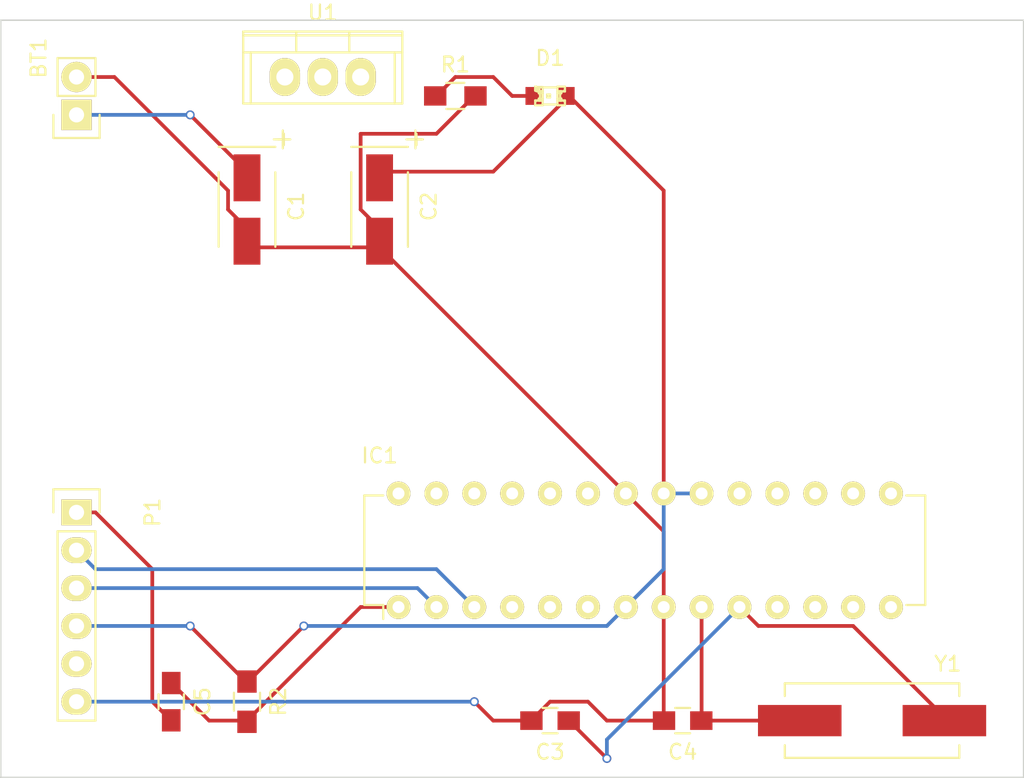
<source format=kicad_pcb>

(kicad_pcb
  (version 4)
  (host pcbnew 0.201506232253+5814~23~ubuntu14.04.1-product)
  (general
    (links 25)
    (no_connects 0)
    (area 118.11 76.2 189.23 132.08)
    (thickness 1.6)
    (drawings 4)
    (tracks 86)
    (zones 0)
    (modules 13)
    (nets 30))
  (page A4)
  (layers
    (0 F.Cu signal)
    (31 B.Cu signal)
    (32 B.Adhes user)
    (33 F.Adhes user)
    (34 B.Paste user)
    (35 F.Paste user)
    (36 B.SilkS user)
    (37 F.SilkS user)
    (38 B.Mask user)
    (39 F.Mask user)
    (40 Dwgs.User user)
    (41 Cmts.User user)
    (42 Eco1.User user)
    (43 Eco2.User user)
    (44 Edge.Cuts user)
    (45 Margin user)
    (46 B.CrtYd user)
    (47 F.CrtYd user)
    (48 B.Fab user)
    (49 F.Fab user))
  (setup
    (last_trace_width 0.25)
    (trace_clearance 0.2)
    (zone_clearance 0.508)
    (zone_45_only no)
    (trace_min 0.2)
    (segment_width 0.2)
    (edge_width 0.1)
    (via_size 0.6)
    (via_drill 0.4)
    (via_min_size 0.4)
    (via_min_drill 0.3)
    (uvia_size 0.3)
    (uvia_drill 0.1)
    (uvias_allowed no)
    (uvia_min_size 0.2)
    (uvia_min_drill 0.1)
    (pcb_text_width 0.3)
    (pcb_text_size 1.5 1.5)
    (mod_edge_width 0.15)
    (mod_text_size 1 1)
    (mod_text_width 0.15)
    (pad_size 1.5 1.5)
    (pad_drill 0.6)
    (pad_to_mask_clearance 0)
    (aux_axis_origin 0 0)
    (visible_elements FFFFFF7F)
    (pcbplotparams
      (layerselection 0x00030_80000001)
      (usegerberextensions false)
      (excludeedgelayer true)
      (linewidth 0.1)
      (plotframeref false)
      (viasonmask false)
      (mode 1)
      (useauxorigin false)
      (hpglpennumber 1)
      (hpglpenspeed 20)
      (hpglpendiameter 15)
      (hpglpenoverlay 2)
      (psnegative false)
      (psa4output false)
      (plotreference true)
      (plotvalue true)
      (plotinvisibletext false)
      (padsonsilk false)
      (subtractmaskfromsilk false)
      (outputformat 1)
      (mirror false)
      (drillshape 1)
      (scaleselection 1)
      (outputdirectory "")))
  (net 0 "")
  (net 1 "Net-(BT1-Pad1)")
  (net 2 GND)
  (net 3 VCC)
  (net 4 "Net-(C3-Pad1)")
  (net 5 "Net-(C4-Pad1)")
  (net 6 "Net-(C5-Pad1)")
  (net 7 /DTR)
  (net 8 "Net-(D1-Pad1)")
  (net 9 /RX)
  (net 10 /TX)
  (net 11 "Net-(IC1-Pad4)")
  (net 12 "Net-(IC1-Pad5)")
  (net 13 "Net-(IC1-Pad6)")
  (net 14 "Net-(IC1-Pad11)")
  (net 15 "Net-(IC1-Pad12)")
  (net 16 "Net-(IC1-Pad13)")
  (net 17 "Net-(IC1-Pad14)")
  (net 18 "Net-(IC1-Pad15)")
  (net 19 "Net-(IC1-Pad16)")
  (net 20 "Net-(IC1-Pad17)")
  (net 21 "Net-(IC1-Pad18)")
  (net 22 "Net-(IC1-Pad19)")
  (net 23 "Net-(IC1-Pad23)")
  (net 24 "Net-(IC1-Pad24)")
  (net 25 "Net-(IC1-Pad25)")
  (net 26 "Net-(IC1-Pad26)")
  (net 27 "Net-(IC1-Pad27)")
  (net 28 "Net-(IC1-Pad28)")
  (net 29 "Net-(P1-Pad5)")
  (net_class Default "This is the default net class."
    (clearance 0.2)
    (trace_width 0.25)
    (via_dia 0.6)
    (via_drill 0.4)
    (uvia_dia 0.3)
    (uvia_drill 0.1)
    (add_net /DTR)
    (add_net /RX)
    (add_net /TX)
    (add_net GND)
    (add_net "Net-(BT1-Pad1)")
    (add_net "Net-(C3-Pad1)")
    (add_net "Net-(C4-Pad1)")
    (add_net "Net-(C5-Pad1)")
    (add_net "Net-(D1-Pad1)")
    (add_net "Net-(IC1-Pad11)")
    (add_net "Net-(IC1-Pad12)")
    (add_net "Net-(IC1-Pad13)")
    (add_net "Net-(IC1-Pad14)")
    (add_net "Net-(IC1-Pad15)")
    (add_net "Net-(IC1-Pad16)")
    (add_net "Net-(IC1-Pad17)")
    (add_net "Net-(IC1-Pad18)")
    (add_net "Net-(IC1-Pad19)")
    (add_net "Net-(IC1-Pad23)")
    (add_net "Net-(IC1-Pad24)")
    (add_net "Net-(IC1-Pad25)")
    (add_net "Net-(IC1-Pad26)")
    (add_net "Net-(IC1-Pad27)")
    (add_net "Net-(IC1-Pad28)")
    (add_net "Net-(IC1-Pad4)")
    (add_net "Net-(IC1-Pad5)")
    (add_net "Net-(IC1-Pad6)")
    (add_net "Net-(P1-Pad5)")
    (add_net VCC))
  (module Socket_Strips:Socket_Strip_Straight_1x02
    (layer F.Cu)
    (tedit 558BF10A)
    (tstamp 558BE6D1)
    (at 125.73 85.09 90)
    (descr "Through hole socket strip")
    (tags "socket strip")
    (path /557EFDD5)
    (fp_text reference BT1
      (at 3.81 -2.54 90)
      (layer F.SilkS)
      (effects
        (font
          (size 1 1)
          (thickness 0.15))))
    (fp_text value 9V
      (at 0 -3.1 90)
      (layer F.Fab)
      (effects
        (font
          (size 1 1)
          (thickness 0.15))))
    (fp_line
      (start -1.55 1.55)
      (end 0 1.55)
      (layer F.SilkS)
      (width 0.15))
    (fp_line
      (start 3.81 1.27)
      (end 1.27 1.27)
      (layer F.SilkS)
      (width 0.15))
    (fp_line
      (start -1.75 -1.75)
      (end -1.75 1.75)
      (layer F.CrtYd)
      (width 0.05))
    (fp_line
      (start 4.3 -1.75)
      (end 4.3 1.75)
      (layer F.CrtYd)
      (width 0.05))
    (fp_line
      (start -1.75 -1.75)
      (end 4.3 -1.75)
      (layer F.CrtYd)
      (width 0.05))
    (fp_line
      (start -1.75 1.75)
      (end 4.3 1.75)
      (layer F.CrtYd)
      (width 0.05))
    (fp_line
      (start 1.27 1.27)
      (end 1.27 -1.27)
      (layer F.SilkS)
      (width 0.15))
    (fp_line
      (start 0 -1.55)
      (end -1.55 -1.55)
      (layer F.SilkS)
      (width 0.15))
    (fp_line
      (start -1.55 -1.55)
      (end -1.55 1.55)
      (layer F.SilkS)
      (width 0.15))
    (fp_line
      (start 1.27 -1.27)
      (end 3.81 -1.27)
      (layer F.SilkS)
      (width 0.15))
    (fp_line
      (start 3.81 -1.27)
      (end 3.81 1.27)
      (layer F.SilkS)
      (width 0.15))
    (pad 1 thru_hole rect
      (at 0 0 90)
      (size 2.032 2.032)
      (drill 1.016)
      (layers *.Cu *.Mask F.SilkS)
      (net 1 "Net-(BT1-Pad1)"))
    (pad 2 thru_hole oval
      (at 2.54 0 90)
      (size 2.032 2.032)
      (drill 1.016)
      (layers *.Cu *.Mask F.SilkS)
      (net 2 GND))
    (model Socket_Strips.3dshapes/Socket_Strip_Straight_1x02.wrl
      (at
        (xyz 0.05 0 0))
      (scale
        (xyz 1 1 1))
      (rotate
        (xyz 0 0 180))))
  (module Capacitors_SMD:C_0805_HandSoldering
    (layer F.Cu)
    (tedit 541A9B8D)
    (tstamp 558BE6E3)
    (at 157.48 125.73 180)
    (descr "Capacitor SMD 0805, hand soldering")
    (tags "capacitor 0805")
    (path /558064C7)
    (attr smd)
    (fp_text reference C3
      (at 0 -2.1 180)
      (layer F.SilkS)
      (effects
        (font
          (size 1 1)
          (thickness 0.15))))
    (fp_text value 22pF
      (at 0 2.1 180)
      (layer F.Fab)
      (effects
        (font
          (size 1 1)
          (thickness 0.15))))
    (fp_line
      (start -2.3 -1)
      (end 2.3 -1)
      (layer F.CrtYd)
      (width 0.05))
    (fp_line
      (start -2.3 1)
      (end 2.3 1)
      (layer F.CrtYd)
      (width 0.05))
    (fp_line
      (start -2.3 -1)
      (end -2.3 1)
      (layer F.CrtYd)
      (width 0.05))
    (fp_line
      (start 2.3 -1)
      (end 2.3 1)
      (layer F.CrtYd)
      (width 0.05))
    (fp_line
      (start 0.5 -0.85)
      (end -0.5 -0.85)
      (layer F.SilkS)
      (width 0.15))
    (fp_line
      (start -0.5 0.85)
      (end 0.5 0.85)
      (layer F.SilkS)
      (width 0.15))
    (pad 1 smd rect
      (at -1.25 0 180)
      (size 1.5 1.25)
      (layers F.Cu F.Paste F.Mask)
      (net 4 "Net-(C3-Pad1)"))
    (pad 2 smd rect
      (at 1.25 0 180)
      (size 1.5 1.25)
      (layers F.Cu F.Paste F.Mask)
      (net 2 GND))
    (model Capacitors_SMD.3dshapes/C_0805_HandSoldering.wrl
      (at
        (xyz 0 0 0))
      (scale
        (xyz 1 1 1))
      (rotate
        (xyz 0 0 0))))
  (module Capacitors_SMD:C_0805_HandSoldering
    (layer F.Cu)
    (tedit 541A9B8D)
    (tstamp 558BE6E9)
    (at 166.37 125.73 180)
    (descr "Capacitor SMD 0805, hand soldering")
    (tags "capacitor 0805")
    (path /55806536)
    (attr smd)
    (fp_text reference C4
      (at 0 -2.1 180)
      (layer F.SilkS)
      (effects
        (font
          (size 1 1)
          (thickness 0.15))))
    (fp_text value 22pF
      (at 0 2.1 180)
      (layer F.Fab)
      (effects
        (font
          (size 1 1)
          (thickness 0.15))))
    (fp_line
      (start -2.3 -1)
      (end 2.3 -1)
      (layer F.CrtYd)
      (width 0.05))
    (fp_line
      (start -2.3 1)
      (end 2.3 1)
      (layer F.CrtYd)
      (width 0.05))
    (fp_line
      (start -2.3 -1)
      (end -2.3 1)
      (layer F.CrtYd)
      (width 0.05))
    (fp_line
      (start 2.3 -1)
      (end 2.3 1)
      (layer F.CrtYd)
      (width 0.05))
    (fp_line
      (start 0.5 -0.85)
      (end -0.5 -0.85)
      (layer F.SilkS)
      (width 0.15))
    (fp_line
      (start -0.5 0.85)
      (end 0.5 0.85)
      (layer F.SilkS)
      (width 0.15))
    (pad 1 smd rect
      (at -1.25 0 180)
      (size 1.5 1.25)
      (layers F.Cu F.Paste F.Mask)
      (net 5 "Net-(C4-Pad1)"))
    (pad 2 smd rect
      (at 1.25 0 180)
      (size 1.5 1.25)
      (layers F.Cu F.Paste F.Mask)
      (net 2 GND))
    (model Capacitors_SMD.3dshapes/C_0805_HandSoldering.wrl
      (at
        (xyz 0 0 0))
      (scale
        (xyz 1 1 1))
      (rotate
        (xyz 0 0 0))))
  (module Capacitors_SMD:C_0805_HandSoldering
    (layer F.Cu)
    (tedit 541A9B8D)
    (tstamp 558BE6EF)
    (at 132.08 124.46 270)
    (descr "Capacitor SMD 0805, hand soldering")
    (tags "capacitor 0805")
    (path /557F0669)
    (attr smd)
    (fp_text reference C5
      (at 0 -2.1 270)
      (layer F.SilkS)
      (effects
        (font
          (size 1 1)
          (thickness 0.15))))
    (fp_text value 0.1uF
      (at 0 2.1 270)
      (layer F.Fab)
      (effects
        (font
          (size 1 1)
          (thickness 0.15))))
    (fp_line
      (start -2.3 -1)
      (end 2.3 -1)
      (layer F.CrtYd)
      (width 0.05))
    (fp_line
      (start -2.3 1)
      (end 2.3 1)
      (layer F.CrtYd)
      (width 0.05))
    (fp_line
      (start -2.3 -1)
      (end -2.3 1)
      (layer F.CrtYd)
      (width 0.05))
    (fp_line
      (start 2.3 -1)
      (end 2.3 1)
      (layer F.CrtYd)
      (width 0.05))
    (fp_line
      (start 0.5 -0.85)
      (end -0.5 -0.85)
      (layer F.SilkS)
      (width 0.15))
    (fp_line
      (start -0.5 0.85)
      (end 0.5 0.85)
      (layer F.SilkS)
      (width 0.15))
    (pad 1 smd rect
      (at -1.25 0 270)
      (size 1.5 1.25)
      (layers F.Cu F.Paste F.Mask)
      (net 6 "Net-(C5-Pad1)"))
    (pad 2 smd rect
      (at 1.25 0 270)
      (size 1.5 1.25)
      (layers F.Cu F.Paste F.Mask)
      (net 7 /DTR))
    (model Capacitors_SMD.3dshapes/C_0805_HandSoldering.wrl
      (at
        (xyz 0 0 0))
      (scale
        (xyz 1 1 1))
      (rotate
        (xyz 0 0 0))))
  (module LEDs:LED-0805
    (layer F.Cu)
    (tedit 558BF0F7)
    (tstamp 558BE6F5)
    (at 157.48 83.82)
    (descr "LED 0805 smd package")
    (tags "LED 0805 SMD")
    (path /557EFCFF)
    (attr smd)
    (fp_text reference D1
      (at 0 -2.54)
      (layer F.SilkS)
      (effects
        (font
          (size 1 1)
          (thickness 0.15))))
    (fp_text value LED
      (at 0 2.54)
      (layer F.Fab)
      (effects
        (font
          (size 1 1)
          (thickness 0.15))))
    (fp_line
      (start -0.49784 0.29972)
      (end -0.49784 0.62484)
      (layer F.SilkS)
      (width 0.15))
    (fp_line
      (start -0.49784 0.62484)
      (end -0.99822 0.62484)
      (layer F.SilkS)
      (width 0.15))
    (fp_line
      (start -0.99822 0.29972)
      (end -0.99822 0.62484)
      (layer F.SilkS)
      (width 0.15))
    (fp_line
      (start -0.49784 0.29972)
      (end -0.99822 0.29972)
      (layer F.SilkS)
      (width 0.15))
    (fp_line
      (start -0.49784 -0.32258)
      (end -0.49784 -0.17272)
      (layer F.SilkS)
      (width 0.15))
    (fp_line
      (start -0.49784 -0.17272)
      (end -0.7493 -0.17272)
      (layer F.SilkS)
      (width 0.15))
    (fp_line
      (start -0.7493 -0.32258)
      (end -0.7493 -0.17272)
      (layer F.SilkS)
      (width 0.15))
    (fp_line
      (start -0.49784 -0.32258)
      (end -0.7493 -0.32258)
      (layer F.SilkS)
      (width 0.15))
    (fp_line
      (start -0.49784 0.17272)
      (end -0.49784 0.32258)
      (layer F.SilkS)
      (width 0.15))
    (fp_line
      (start -0.49784 0.32258)
      (end -0.7493 0.32258)
      (layer F.SilkS)
      (width 0.15))
    (fp_line
      (start -0.7493 0.17272)
      (end -0.7493 0.32258)
      (layer F.SilkS)
      (width 0.15))
    (fp_line
      (start -0.49784 0.17272)
      (end -0.7493 0.17272)
      (layer F.SilkS)
      (width 0.15))
    (fp_line
      (start -0.49784 -0.19812)
      (end -0.49784 0.19812)
      (layer F.SilkS)
      (width 0.15))
    (fp_line
      (start -0.49784 0.19812)
      (end -0.6731 0.19812)
      (layer F.SilkS)
      (width 0.15))
    (fp_line
      (start -0.6731 -0.19812)
      (end -0.6731 0.19812)
      (layer F.SilkS)
      (width 0.15))
    (fp_line
      (start -0.49784 -0.19812)
      (end -0.6731 -0.19812)
      (layer F.SilkS)
      (width 0.15))
    (fp_line
      (start 0.99822 0.29972)
      (end 0.99822 0.62484)
      (layer F.SilkS)
      (width 0.15))
    (fp_line
      (start 0.99822 0.62484)
      (end 0.49784 0.62484)
      (layer F.SilkS)
      (width 0.15))
    (fp_line
      (start 0.49784 0.29972)
      (end 0.49784 0.62484)
      (layer F.SilkS)
      (width 0.15))
    (fp_line
      (start 0.99822 0.29972)
      (end 0.49784 0.29972)
      (layer F.SilkS)
      (width 0.15))
    (fp_line
      (start 0.99822 -0.62484)
      (end 0.99822 -0.29972)
      (layer F.SilkS)
      (width 0.15))
    (fp_line
      (start 0.99822 -0.29972)
      (end 0.49784 -0.29972)
      (layer F.SilkS)
      (width 0.15))
    (fp_line
      (start 0.49784 -0.62484)
      (end 0.49784 -0.29972)
      (layer F.SilkS)
      (width 0.15))
    (fp_line
      (start 0.99822 -0.62484)
      (end 0.49784 -0.62484)
      (layer F.SilkS)
      (width 0.15))
    (fp_line
      (start 0.7493 0.17272)
      (end 0.7493 0.32258)
      (layer F.SilkS)
      (width 0.15))
    (fp_line
      (start 0.7493 0.32258)
      (end 0.49784 0.32258)
      (layer F.SilkS)
      (width 0.15))
    (fp_line
      (start 0.49784 0.17272)
      (end 0.49784 0.32258)
      (layer F.SilkS)
      (width 0.15))
    (fp_line
      (start 0.7493 0.17272)
      (end 0.49784 0.17272)
      (layer F.SilkS)
      (width 0.15))
    (fp_line
      (start 0.7493 -0.32258)
      (end 0.7493 -0.17272)
      (layer F.SilkS)
      (width 0.15))
    (fp_line
      (start 0.7493 -0.17272)
      (end 0.49784 -0.17272)
      (layer F.SilkS)
      (width 0.15))
    (fp_line
      (start 0.49784 -0.32258)
      (end 0.49784 -0.17272)
      (layer F.SilkS)
      (width 0.15))
    (fp_line
      (start 0.7493 -0.32258)
      (end 0.49784 -0.32258)
      (layer F.SilkS)
      (width 0.15))
    (fp_line
      (start 0.6731 -0.19812)
      (end 0.6731 0.19812)
      (layer F.SilkS)
      (width 0.15))
    (fp_line
      (start 0.6731 0.19812)
      (end 0.49784 0.19812)
      (layer F.SilkS)
      (width 0.15))
    (fp_line
      (start 0.49784 -0.19812)
      (end 0.49784 0.19812)
      (layer F.SilkS)
      (width 0.15))
    (fp_line
      (start 0.6731 -0.19812)
      (end 0.49784 -0.19812)
      (layer F.SilkS)
      (width 0.15))
    (fp_line
      (start 0 -0.09906)
      (end 0 0.09906)
      (layer F.SilkS)
      (width 0.15))
    (fp_line
      (start 0 0.09906)
      (end -0.19812 0.09906)
      (layer F.SilkS)
      (width 0.15))
    (fp_line
      (start -0.19812 -0.09906)
      (end -0.19812 0.09906)
      (layer F.SilkS)
      (width 0.15))
    (fp_line
      (start 0 -0.09906)
      (end -0.19812 -0.09906)
      (layer F.SilkS)
      (width 0.15))
    (fp_line
      (start -0.49784 -0.59944)
      (end -0.49784 -0.29972)
      (layer F.SilkS)
      (width 0.15))
    (fp_line
      (start -0.49784 -0.29972)
      (end -0.79756 -0.29972)
      (layer F.SilkS)
      (width 0.15))
    (fp_line
      (start -0.79756 -0.59944)
      (end -0.79756 -0.29972)
      (layer F.SilkS)
      (width 0.15))
    (fp_line
      (start -0.49784 -0.59944)
      (end -0.79756 -0.59944)
      (layer F.SilkS)
      (width 0.15))
    (fp_line
      (start -0.92456 -0.62484)
      (end -0.92456 -0.39878)
      (layer F.SilkS)
      (width 0.15))
    (fp_line
      (start -0.92456 -0.39878)
      (end -0.99822 -0.39878)
      (layer F.SilkS)
      (width 0.15))
    (fp_line
      (start -0.99822 -0.62484)
      (end -0.99822 -0.39878)
      (layer F.SilkS)
      (width 0.15))
    (fp_line
      (start -0.92456 -0.62484)
      (end -0.99822 -0.62484)
      (layer F.SilkS)
      (width 0.15))
    (fp_line
      (start -0.52324 0.57404)
      (end 0.52324 0.57404)
      (layer F.SilkS)
      (width 0.15))
    (fp_line
      (start 0.49784 -0.57404)
      (end -0.92456 -0.57404)
      (layer F.SilkS)
      (width 0.15))
    (fp_circle
      (center -0.84836 -0.44958)
      (end -0.89916 -0.50038)
      (layer F.SilkS)
      (width 0.15))
    (fp_arc
      (start -0.99822 0)
      (end -0.99822 0.34798)
      (angle -180)
      (layer F.SilkS)
      (width 0.15))
    (fp_arc
      (start 0.99822 0)
      (end 0.99822 -0.34798)
      (angle -180)
      (layer F.SilkS)
      (width 0.15))
    (pad 2 smd rect
      (at 1.04902 0 180)
      (size 1.19888 1.19888)
      (layers F.Cu F.Paste F.Mask)
      (net 3 VCC))
    (pad 1 smd rect
      (at -1.04902 0 180)
      (size 1.19888 1.19888)
      (layers F.Cu F.Paste F.Mask)
      (net 8 "Net-(D1-Pad1)")))
  (module Housings_DIP:DIP-28_W7.62mm
    (layer F.Cu)
    (tedit 558BF0E2)
    (tstamp 558BE715)
    (at 147.32 118.11 90)
    (descr "28-lead dip package, row spacing 7.62 mm (300 mils)")
    (tags "dil dip 2.54 300")
    (path /557F032E)
    (fp_text reference IC1
      (at 10.16 -1.27 180)
      (layer F.SilkS)
      (effects
        (font
          (size 1 1)
          (thickness 0.15))))
    (fp_text value ATMEGA328P-P
      (at -2.54 3.81 180)
      (layer F.Fab)
      (effects
        (font
          (size 1 1)
          (thickness 0.15))))
    (fp_line
      (start -1.05 -2.45)
      (end -1.05 35.5)
      (layer F.CrtYd)
      (width 0.05))
    (fp_line
      (start 8.65 -2.45)
      (end 8.65 35.5)
      (layer F.CrtYd)
      (width 0.05))
    (fp_line
      (start -1.05 -2.45)
      (end 8.65 -2.45)
      (layer F.CrtYd)
      (width 0.05))
    (fp_line
      (start -1.05 35.5)
      (end 8.65 35.5)
      (layer F.CrtYd)
      (width 0.05))
    (fp_line
      (start 0.135 -2.295)
      (end 0.135 -1.025)
      (layer F.SilkS)
      (width 0.15))
    (fp_line
      (start 7.485 -2.295)
      (end 7.485 -1.025)
      (layer F.SilkS)
      (width 0.15))
    (fp_line
      (start 7.485 35.315)
      (end 7.485 34.045)
      (layer F.SilkS)
      (width 0.15))
    (fp_line
      (start 0.135 35.315)
      (end 0.135 34.045)
      (layer F.SilkS)
      (width 0.15))
    (fp_line
      (start 0.135 -2.295)
      (end 7.485 -2.295)
      (layer F.SilkS)
      (width 0.15))
    (fp_line
      (start 0.135 35.315)
      (end 7.485 35.315)
      (layer F.SilkS)
      (width 0.15))
    (fp_line
      (start 0.135 -1.025)
      (end -0.8 -1.025)
      (layer F.SilkS)
      (width 0.15))
    (pad 1 thru_hole oval
      (at 0 0 90)
      (size 1.6 1.6)
      (drill 0.8)
      (layers *.Cu *.Mask F.SilkS)
      (net 6 "Net-(C5-Pad1)"))
    (pad 2 thru_hole oval
      (at 0 2.54 90)
      (size 1.6 1.6)
      (drill 0.8)
      (layers *.Cu *.Mask F.SilkS)
      (net 9 /RX))
    (pad 3 thru_hole oval
      (at 0 5.08 90)
      (size 1.6 1.6)
      (drill 0.8)
      (layers *.Cu *.Mask F.SilkS)
      (net 10 /TX))
    (pad 4 thru_hole oval
      (at 0 7.62 90)
      (size 1.6 1.6)
      (drill 0.8)
      (layers *.Cu *.Mask F.SilkS)
      (net 11 "Net-(IC1-Pad4)"))
    (pad 5 thru_hole oval
      (at 0 10.16 90)
      (size 1.6 1.6)
      (drill 0.8)
      (layers *.Cu *.Mask F.SilkS)
      (net 12 "Net-(IC1-Pad5)"))
    (pad 6 thru_hole oval
      (at 0 12.7 90)
      (size 1.6 1.6)
      (drill 0.8)
      (layers *.Cu *.Mask F.SilkS)
      (net 13 "Net-(IC1-Pad6)"))
    (pad 7 thru_hole oval
      (at 0 15.24 90)
      (size 1.6 1.6)
      (drill 0.8)
      (layers *.Cu *.Mask F.SilkS)
      (net 3 VCC))
    (pad 8 thru_hole oval
      (at 0 17.78 90)
      (size 1.6 1.6)
      (drill 0.8)
      (layers *.Cu *.Mask F.SilkS)
      (net 2 GND))
    (pad 9 thru_hole oval
      (at 0 20.32 90)
      (size 1.6 1.6)
      (drill 0.8)
      (layers *.Cu *.Mask F.SilkS)
      (net 5 "Net-(C4-Pad1)"))
    (pad 10 thru_hole oval
      (at 0 22.86 90)
      (size 1.6 1.6)
      (drill 0.8)
      (layers *.Cu *.Mask F.SilkS)
      (net 4 "Net-(C3-Pad1)"))
    (pad 11 thru_hole oval
      (at 0 25.4 90)
      (size 1.6 1.6)
      (drill 0.8)
      (layers *.Cu *.Mask F.SilkS)
      (net 14 "Net-(IC1-Pad11)"))
    (pad 12 thru_hole oval
      (at 0 27.94 90)
      (size 1.6 1.6)
      (drill 0.8)
      (layers *.Cu *.Mask F.SilkS)
      (net 15 "Net-(IC1-Pad12)"))
    (pad 13 thru_hole oval
      (at 0 30.48 90)
      (size 1.6 1.6)
      (drill 0.8)
      (layers *.Cu *.Mask F.SilkS)
      (net 16 "Net-(IC1-Pad13)"))
    (pad 14 thru_hole oval
      (at 0 33.02 90)
      (size 1.6 1.6)
      (drill 0.8)
      (layers *.Cu *.Mask F.SilkS)
      (net 17 "Net-(IC1-Pad14)"))
    (pad 15 thru_hole oval
      (at 7.62 33.02 90)
      (size 1.6 1.6)
      (drill 0.8)
      (layers *.Cu *.Mask F.SilkS)
      (net 18 "Net-(IC1-Pad15)"))
    (pad 16 thru_hole oval
      (at 7.62 30.48 90)
      (size 1.6 1.6)
      (drill 0.8)
      (layers *.Cu *.Mask F.SilkS)
      (net 19 "Net-(IC1-Pad16)"))
    (pad 17 thru_hole oval
      (at 7.62 27.94 90)
      (size 1.6 1.6)
      (drill 0.8)
      (layers *.Cu *.Mask F.SilkS)
      (net 20 "Net-(IC1-Pad17)"))
    (pad 18 thru_hole oval
      (at 7.62 25.4 90)
      (size 1.6 1.6)
      (drill 0.8)
      (layers *.Cu *.Mask F.SilkS)
      (net 21 "Net-(IC1-Pad18)"))
    (pad 19 thru_hole oval
      (at 7.62 22.86 90)
      (size 1.6 1.6)
      (drill 0.8)
      (layers *.Cu *.Mask F.SilkS)
      (net 22 "Net-(IC1-Pad19)"))
    (pad 20 thru_hole oval
      (at 7.62 20.32 90)
      (size 1.6 1.6)
      (drill 0.8)
      (layers *.Cu *.Mask F.SilkS)
      (net 3 VCC))
    (pad 21 thru_hole oval
      (at 7.62 17.78 90)
      (size 1.6 1.6)
      (drill 0.8)
      (layers *.Cu *.Mask F.SilkS)
      (net 3 VCC))
    (pad 22 thru_hole oval
      (at 7.62 15.24 90)
      (size 1.6 1.6)
      (drill 0.8)
      (layers *.Cu *.Mask F.SilkS)
      (net 2 GND))
    (pad 23 thru_hole oval
      (at 7.62 12.7 90)
      (size 1.6 1.6)
      (drill 0.8)
      (layers *.Cu *.Mask F.SilkS)
      (net 23 "Net-(IC1-Pad23)"))
    (pad 24 thru_hole oval
      (at 7.62 10.16 90)
      (size 1.6 1.6)
      (drill 0.8)
      (layers *.Cu *.Mask F.SilkS)
      (net 24 "Net-(IC1-Pad24)"))
    (pad 25 thru_hole oval
      (at 7.62 7.62 90)
      (size 1.6 1.6)
      (drill 0.8)
      (layers *.Cu *.Mask F.SilkS)
      (net 25 "Net-(IC1-Pad25)"))
    (pad 26 thru_hole oval
      (at 7.62 5.08 90)
      (size 1.6 1.6)
      (drill 0.8)
      (layers *.Cu *.Mask F.SilkS)
      (net 26 "Net-(IC1-Pad26)"))
    (pad 27 thru_hole oval
      (at 7.62 2.54 90)
      (size 1.6 1.6)
      (drill 0.8)
      (layers *.Cu *.Mask F.SilkS)
      (net 27 "Net-(IC1-Pad27)"))
    (pad 28 thru_hole oval
      (at 7.62 0 90)
      (size 1.6 1.6)
      (drill 0.8)
      (layers *.Cu *.Mask F.SilkS)
      (net 28 "Net-(IC1-Pad28)"))
    (model Housings_DIP.3dshapes/DIP-28_W7.62mm.wrl
      (at
        (xyz 0 0 0))
      (scale
        (xyz 1 1 1))
      (rotate
        (xyz 0 0 0))))
  (module Socket_Strips:Socket_Strip_Straight_1x06
    (layer F.Cu)
    (tedit 0)
    (tstamp 558BE71F)
    (at 125.73 111.76 270)
    (descr "Through hole socket strip")
    (tags "socket strip")
    (path /557F0CD8)
    (fp_text reference P1
      (at 0 -5.1 270)
      (layer F.SilkS)
      (effects
        (font
          (size 1 1)
          (thickness 0.15))))
    (fp_text value CONN_01X06
      (at 0 -3.1 270)
      (layer F.Fab)
      (effects
        (font
          (size 1 1)
          (thickness 0.15))))
    (fp_line
      (start -1.75 -1.75)
      (end -1.75 1.75)
      (layer F.CrtYd)
      (width 0.05))
    (fp_line
      (start 14.45 -1.75)
      (end 14.45 1.75)
      (layer F.CrtYd)
      (width 0.05))
    (fp_line
      (start -1.75 -1.75)
      (end 14.45 -1.75)
      (layer F.CrtYd)
      (width 0.05))
    (fp_line
      (start -1.75 1.75)
      (end 14.45 1.75)
      (layer F.CrtYd)
      (width 0.05))
    (fp_line
      (start 1.27 1.27)
      (end 13.97 1.27)
      (layer F.SilkS)
      (width 0.15))
    (fp_line
      (start 13.97 1.27)
      (end 13.97 -1.27)
      (layer F.SilkS)
      (width 0.15))
    (fp_line
      (start 13.97 -1.27)
      (end 1.27 -1.27)
      (layer F.SilkS)
      (width 0.15))
    (fp_line
      (start -1.55 1.55)
      (end 0 1.55)
      (layer F.SilkS)
      (width 0.15))
    (fp_line
      (start 1.27 1.27)
      (end 1.27 -1.27)
      (layer F.SilkS)
      (width 0.15))
    (fp_line
      (start 0 -1.55)
      (end -1.55 -1.55)
      (layer F.SilkS)
      (width 0.15))
    (fp_line
      (start -1.55 -1.55)
      (end -1.55 1.55)
      (layer F.SilkS)
      (width 0.15))
    (pad 1 thru_hole rect
      (at 0 0 270)
      (size 1.7272 2.032)
      (drill 1.016)
      (layers *.Cu *.Mask F.SilkS)
      (net 7 /DTR))
    (pad 2 thru_hole oval
      (at 2.54 0 270)
      (size 1.7272 2.032)
      (drill 1.016)
      (layers *.Cu *.Mask F.SilkS)
      (net 10 /TX))
    (pad 3 thru_hole oval
      (at 5.08 0 270)
      (size 1.7272 2.032)
      (drill 1.016)
      (layers *.Cu *.Mask F.SilkS)
      (net 9 /RX))
    (pad 4 thru_hole oval
      (at 7.62 0 270)
      (size 1.7272 2.032)
      (drill 1.016)
      (layers *.Cu *.Mask F.SilkS)
      (net 3 VCC))
    (pad 5 thru_hole oval
      (at 10.16 0 270)
      (size 1.7272 2.032)
      (drill 1.016)
      (layers *.Cu *.Mask F.SilkS)
      (net 29 "Net-(P1-Pad5)"))
    (pad 6 thru_hole oval
      (at 12.7 0 270)
      (size 1.7272 2.032)
      (drill 1.016)
      (layers *.Cu *.Mask F.SilkS)
      (net 2 GND))
    (model Socket_Strips.3dshapes/Socket_Strip_Straight_1x06.wrl
      (at
        (xyz 0.25 0 0))
      (scale
        (xyz 1 1 1))
      (rotate
        (xyz 0 0 180))))
  (module Resistors_SMD:R_0805_HandSoldering
    (layer F.Cu)
    (tedit 54189DEE)
    (tstamp 558BE725)
    (at 151.13 83.82)
    (descr "Resistor SMD 0805, hand soldering")
    (tags "resistor 0805")
    (path /557EFD6A)
    (attr smd)
    (fp_text reference R1
      (at 0 -2.1)
      (layer F.SilkS)
      (effects
        (font
          (size 1 1)
          (thickness 0.15))))
    (fp_text value 330R
      (at 0 2.1)
      (layer F.Fab)
      (effects
        (font
          (size 1 1)
          (thickness 0.15))))
    (fp_line
      (start -2.4 -1)
      (end 2.4 -1)
      (layer F.CrtYd)
      (width 0.05))
    (fp_line
      (start -2.4 1)
      (end 2.4 1)
      (layer F.CrtYd)
      (width 0.05))
    (fp_line
      (start -2.4 -1)
      (end -2.4 1)
      (layer F.CrtYd)
      (width 0.05))
    (fp_line
      (start 2.4 -1)
      (end 2.4 1)
      (layer F.CrtYd)
      (width 0.05))
    (fp_line
      (start 0.6 0.875)
      (end -0.6 0.875)
      (layer F.SilkS)
      (width 0.15))
    (fp_line
      (start -0.6 -0.875)
      (end 0.6 -0.875)
      (layer F.SilkS)
      (width 0.15))
    (pad 1 smd rect
      (at -1.35 0)
      (size 1.5 1.3)
      (layers F.Cu F.Paste F.Mask)
      (net 8 "Net-(D1-Pad1)"))
    (pad 2 smd rect
      (at 1.35 0)
      (size 1.5 1.3)
      (layers F.Cu F.Paste F.Mask)
      (net 2 GND))
    (model Resistors_SMD.3dshapes/R_0805_HandSoldering.wrl
      (at
        (xyz 0 0 0))
      (scale
        (xyz 1 1 1))
      (rotate
        (xyz 0 0 0))))
  (module Resistors_SMD:R_0805_HandSoldering
    (layer F.Cu)
    (tedit 54189DEE)
    (tstamp 558BE72B)
    (at 137.16 124.46 270)
    (descr "Resistor SMD 0805, hand soldering")
    (tags "resistor 0805")
    (path /557F0628)
    (attr smd)
    (fp_text reference R2
      (at 0 -2.1 270)
      (layer F.SilkS)
      (effects
        (font
          (size 1 1)
          (thickness 0.15))))
    (fp_text value 10k
      (at 0 2.1 270)
      (layer F.Fab)
      (effects
        (font
          (size 1 1)
          (thickness 0.15))))
    (fp_line
      (start -2.4 -1)
      (end 2.4 -1)
      (layer F.CrtYd)
      (width 0.05))
    (fp_line
      (start -2.4 1)
      (end 2.4 1)
      (layer F.CrtYd)
      (width 0.05))
    (fp_line
      (start -2.4 -1)
      (end -2.4 1)
      (layer F.CrtYd)
      (width 0.05))
    (fp_line
      (start 2.4 -1)
      (end 2.4 1)
      (layer F.CrtYd)
      (width 0.05))
    (fp_line
      (start 0.6 0.875)
      (end -0.6 0.875)
      (layer F.SilkS)
      (width 0.15))
    (fp_line
      (start -0.6 -0.875)
      (end 0.6 -0.875)
      (layer F.SilkS)
      (width 0.15))
    (pad 1 smd rect
      (at -1.35 0 270)
      (size 1.5 1.3)
      (layers F.Cu F.Paste F.Mask)
      (net 3 VCC))
    (pad 2 smd rect
      (at 1.35 0 270)
      (size 1.5 1.3)
      (layers F.Cu F.Paste F.Mask)
      (net 6 "Net-(C5-Pad1)"))
    (model Resistors_SMD.3dshapes/R_0805_HandSoldering.wrl
      (at
        (xyz 0 0 0))
      (scale
        (xyz 1 1 1))
      (rotate
        (xyz 0 0 0))))
  (module Power_Integrations:TO-220
    (layer F.Cu)
    (tedit 0)
    (tstamp 558BE732)
    (at 142.24 82.55)
    (descr "Non Isolated JEDEC TO-220 Package")
    (tags "Power Integration YN Package")
    (path /557EFC30)
    (fp_text reference U1
      (at 0 -4.318)
      (layer F.SilkS)
      (effects
        (font
          (size 1 1)
          (thickness 0.15))))
    (fp_text value LM7805
      (at 0 -4.318)
      (layer F.Fab)
      (effects
        (font
          (size 1 1)
          (thickness 0.15))))
    (fp_line
      (start 4.826 -1.651)
      (end 4.826 1.778)
      (layer F.SilkS)
      (width 0.15))
    (fp_line
      (start -4.826 -1.651)
      (end -4.826 1.778)
      (layer F.SilkS)
      (width 0.15))
    (fp_line
      (start 5.334 -2.794)
      (end -5.334 -2.794)
      (layer F.SilkS)
      (width 0.15))
    (fp_line
      (start 1.778 -1.778)
      (end 1.778 -3.048)
      (layer F.SilkS)
      (width 0.15))
    (fp_line
      (start -1.778 -1.778)
      (end -1.778 -3.048)
      (layer F.SilkS)
      (width 0.15))
    (fp_line
      (start -5.334 -1.651)
      (end 5.334 -1.651)
      (layer F.SilkS)
      (width 0.15))
    (fp_line
      (start 5.334 1.778)
      (end -5.334 1.778)
      (layer F.SilkS)
      (width 0.15))
    (fp_line
      (start -5.334 -3.048)
      (end -5.334 1.778)
      (layer F.SilkS)
      (width 0.15))
    (fp_line
      (start 5.334 -3.048)
      (end 5.334 1.778)
      (layer F.SilkS)
      (width 0.15))
    (fp_line
      (start 5.334 -3.048)
      (end -5.334 -3.048)
      (layer F.SilkS)
      (width 0.15))
    (pad 2 thru_hole oval
      (at 0 0)
      (size 2.032 2.54)
      (drill 1.143)
      (layers *.Cu *.Mask F.SilkS))
    (pad 3 thru_hole oval
      (at 2.54 0)
      (size 2.032 2.54)
      (drill 1.143)
      (layers *.Cu *.Mask F.SilkS))
    (pad 1 thru_hole oval
      (at -2.54 0)
      (size 2.032 2.54)
      (drill 1.143)
      (layers *.Cu *.Mask F.SilkS)))
  (module Crystals:Crystal_HC49-SD_SMD
    (layer F.Cu)
    (tedit 558BF0D7)
    (tstamp 558BE738)
    (at 179.07 125.73 180)
    (descr "Crystal, Quarz, HC49-SD, SMD,")
    (tags "Crystal, Quarz, HC49-SD, SMD,")
    (path /557F07ED)
    (attr smd)
    (fp_text reference Y1
      (at -5.08 3.81 180)
      (layer F.SilkS)
      (effects
        (font
          (size 1 1)
          (thickness 0.15))))
    (fp_text value 16MHz
      (at 0 3.81 180)
      (layer F.Fab)
      (effects
        (font
          (size 1 1)
          (thickness 0.15))))
    (fp_circle
      (center 0 0)
      (end 0.8509 0)
      (layer F.Adhes)
      (width 0.381))
    (fp_circle
      (center 0 0)
      (end 0.50038 0)
      (layer F.Adhes)
      (width 0.381))
    (fp_circle
      (center 0 0)
      (end 0.14986 0.0508)
      (layer F.Adhes)
      (width 0.381))
    (fp_line
      (start -5.84962 2.49936)
      (end 5.84962 2.49936)
      (layer F.SilkS)
      (width 0.15))
    (fp_line
      (start 5.84962 -2.49936)
      (end -5.84962 -2.49936)
      (layer F.SilkS)
      (width 0.15))
    (fp_line
      (start 5.84962 2.49936)
      (end 5.84962 1.651)
      (layer F.SilkS)
      (width 0.15))
    (fp_line
      (start 5.84962 -2.49936)
      (end 5.84962 -1.651)
      (layer F.SilkS)
      (width 0.15))
    (fp_line
      (start -5.84962 2.49936)
      (end -5.84962 1.651)
      (layer F.SilkS)
      (width 0.15))
    (fp_line
      (start -5.84962 -2.49936)
      (end -5.84962 -1.651)
      (layer F.SilkS)
      (width 0.15))
    (pad 1 smd rect
      (at -4.84886 0 180)
      (size 5.6007 2.10058)
      (layers F.Cu F.Paste F.Mask)
      (net 4 "Net-(C3-Pad1)"))
    (pad 2 smd rect
      (at 4.84886 0 180)
      (size 5.6007 2.10058)
      (layers F.Cu F.Paste F.Mask)
      (net 5 "Net-(C4-Pad1)")))
  (module Capacitors_Tantalum_SMD:TantalC_SizeB_EIA-3528_HandSoldering
    (layer F.Cu)
    (tedit 0)
    (tstamp 558BF025)
    (at 137.16 91.44 270)
    (descr "Tantal Cap. , Size B, EIA-3528, Hand Soldering,")
    (tags "Tantal Cap. , Size B, EIA-3528, Hand Soldering,")
    (path /557EFC7B)
    (attr smd)
    (fp_text reference C1
      (at -0.20066 -3.29946 270)
      (layer F.SilkS)
      (effects
        (font
          (size 1 1)
          (thickness 0.15))))
    (fp_text value 100uF
      (at -0.09906 3.59918 270)
      (layer F.Fab)
      (effects
        (font
          (size 1 1)
          (thickness 0.15))))
    (fp_text user +
      (at -4.70154 -2.4003 270)
      (layer F.SilkS)
      (effects
        (font
          (size 1 1)
          (thickness 0.15))))
    (fp_line
      (start -4.20116 -1.89992)
      (end -4.20116 1.89992)
      (layer F.SilkS)
      (width 0.15))
    (fp_line
      (start 2.49936 -1.89992)
      (end -2.49936 -1.89992)
      (layer F.SilkS)
      (width 0.15))
    (fp_line
      (start 2.49682 1.89992)
      (end -2.5019 1.89992)
      (layer F.SilkS)
      (width 0.15))
    (fp_line
      (start -4.70408 -2.90322)
      (end -4.70408 -1.8034)
      (layer F.SilkS)
      (width 0.15))
    (fp_line
      (start -5.30352 -2.40284)
      (end -4.10464 -2.40284)
      (layer F.SilkS)
      (width 0.15))
    (pad 2 smd rect
      (at 2.12598 0 270)
      (size 3.1496 1.80086)
      (layers F.Cu F.Paste F.Mask)
      (net 2 GND))
    (pad 1 smd rect
      (at -2.12598 0 270)
      (size 3.1496 1.80086)
      (layers F.Cu F.Paste F.Mask)
      (net 1 "Net-(BT1-Pad1)"))
    (model Capacitors_Tantalum_SMD.3dshapes/TantalC_SizeB_EIA-3528_HandSoldering.wrl
      (at
        (xyz 0 0 0))
      (scale
        (xyz 1 1 1))
      (rotate
        (xyz 0 0 180))))
  (module Capacitors_Tantalum_SMD:TantalC_SizeB_EIA-3528_HandSoldering
    (layer F.Cu)
    (tedit 0)
    (tstamp 558BF02A)
    (at 146.05 91.44 270)
    (descr "Tantal Cap. , Size B, EIA-3528, Hand Soldering,")
    (tags "Tantal Cap. , Size B, EIA-3528, Hand Soldering,")
    (path /557EFCCE)
    (attr smd)
    (fp_text reference C2
      (at -0.20066 -3.29946 270)
      (layer F.SilkS)
      (effects
        (font
          (size 1 1)
          (thickness 0.15))))
    (fp_text value 10uF
      (at -0.09906 3.59918 270)
      (layer F.Fab)
      (effects
        (font
          (size 1 1)
          (thickness 0.15))))
    (fp_text user +
      (at -4.70154 -2.4003 270)
      (layer F.SilkS)
      (effects
        (font
          (size 1 1)
          (thickness 0.15))))
    (fp_line
      (start -4.20116 -1.89992)
      (end -4.20116 1.89992)
      (layer F.SilkS)
      (width 0.15))
    (fp_line
      (start 2.49936 -1.89992)
      (end -2.49936 -1.89992)
      (layer F.SilkS)
      (width 0.15))
    (fp_line
      (start 2.49682 1.89992)
      (end -2.5019 1.89992)
      (layer F.SilkS)
      (width 0.15))
    (fp_line
      (start -4.70408 -2.90322)
      (end -4.70408 -1.8034)
      (layer F.SilkS)
      (width 0.15))
    (fp_line
      (start -5.30352 -2.40284)
      (end -4.10464 -2.40284)
      (layer F.SilkS)
      (width 0.15))
    (pad 2 smd rect
      (at 2.12598 0 270)
      (size 3.1496 1.80086)
      (layers F.Cu F.Paste F.Mask)
      (net 2 GND))
    (pad 1 smd rect
      (at -2.12598 0 270)
      (size 3.1496 1.80086)
      (layers F.Cu F.Paste F.Mask)
      (net 3 VCC))
    (model Capacitors_Tantalum_SMD.3dshapes/TantalC_SizeB_EIA-3528_HandSoldering.wrl
      (at
        (xyz 0 0 0))
      (scale
        (xyz 1 1 1))
      (rotate
        (xyz 0 0 180))))
  (gr_line
    (start 120.65 129.54)
    (end 120.65 78.74)
    (angle 90)
    (layer Edge.Cuts)
    (width 0.1))
  (gr_line
    (start 189.23 129.54)
    (end 120.65 129.54)
    (angle 90)
    (layer Edge.Cuts)
    (width 0.1))
  (gr_line
    (start 189.23 78.74)
    (end 189.23 129.54)
    (angle 90)
    (layer Edge.Cuts)
    (width 0.1))
  (gr_line
    (start 120.65 78.74)
    (end 189.23 78.74)
    (angle 90)
    (layer Edge.Cuts)
    (width 0.1))
  (segment
    (start 137.16 89.31402)
    (end 137.16 88.9)
    (width 0.25)
    (layer F.Cu)
    (net 1)
    (status 80000))
  (segment
    (start 137.16 88.9)
    (end 133.35 85.09)
    (width 0.25)
    (layer F.Cu)
    (net 1)
    (status 80000))
  (segment
    (start 133.35 85.09)
    (end 125.73 85.09)
    (width 0.25)
    (layer B.Cu)
    (net 1)
    (status 80000))
  (segment
    (start 146.05 93.56598)
    (end 146.05 93.98)
    (width 0.25)
    (layer F.Cu)
    (net 2)
    (status 80000))
  (segment
    (start 146.05 93.98)
    (end 162.56 110.49)
    (width 0.25)
    (layer F.Cu)
    (net 2)
    (status 80000))
  (segment
    (start 125.73 82.55)
    (end 128.27 82.55)
    (width 0.25)
    (layer F.Cu)
    (net 2)
    (status 80000))
  (segment
    (start 128.27 82.55)
    (end 135.89 90.17)
    (width 0.25)
    (layer F.Cu)
    (net 2)
    (status 80000))
  (segment
    (start 135.89 90.17)
    (end 135.89 91.44)
    (width 0.25)
    (layer F.Cu)
    (net 2)
    (status 80000))
  (segment
    (start 135.89 91.44)
    (end 137.16 92.71)
    (width 0.25)
    (layer F.Cu)
    (net 2)
    (status 80000))
  (segment
    (start 137.16 92.71)
    (end 137.16 93.56598)
    (width 0.25)
    (layer F.Cu)
    (net 2)
    (status 80000))
  (segment
    (start 146.05 93.56598)
    (end 146.05 92.71)
    (width 0.25)
    (layer F.Cu)
    (net 2)
    (status 80000))
  (segment
    (start 146.05 92.71)
    (end 144.78 91.44)
    (width 0.25)
    (layer F.Cu)
    (net 2)
    (status 80000))
  (segment
    (start 144.78 91.44)
    (end 144.78 86.36)
    (width 0.25)
    (layer F.Cu)
    (net 2)
    (status 80000))
  (segment
    (start 144.78 86.36)
    (end 149.86 86.36)
    (width 0.25)
    (layer F.Cu)
    (net 2)
    (status 80000))
  (segment
    (start 149.86 86.36)
    (end 152.4 83.82)
    (width 0.25)
    (layer F.Cu)
    (net 2)
    (status 80000))
  (segment
    (start 152.4 83.82)
    (end 152.48 83.82)
    (width 0.25)
    (layer F.Cu)
    (net 2)
    (tstamp 558BF175)
    (status 80000))
  (segment
    (start 156.23 125.73)
    (end 153.67 125.73)
    (width 0.25)
    (layer F.Cu)
    (net 2)
    (status 80000))
  (segment
    (start 153.67 125.73)
    (end 152.4 124.46)
    (width 0.25)
    (layer F.Cu)
    (net 2)
    (status 80000))
  (segment
    (start 152.4 124.46)
    (end 125.73 124.46)
    (width 0.25)
    (layer B.Cu)
    (net 2)
    (status 80000))
  (segment
    (start 162.56 110.49)
    (end 165.1 113.03)
    (width 0.25)
    (layer F.Cu)
    (net 2)
    (status 80000))
  (segment
    (start 165.1 113.03)
    (end 165.1 118.11)
    (width 0.25)
    (layer F.Cu)
    (net 2)
    (status 80000))
  (segment
    (start 137.16 93.56598)
    (end 137.16 93.98)
    (width 0.25)
    (layer F.Cu)
    (net 2)
    (status 80000))
  (segment
    (start 137.16 93.98)
    (end 146.05 93.98)
    (width 0.25)
    (layer F.Cu)
    (net 2)
    (status 80000))
  (segment
    (start 146.05 93.98)
    (end 146.05 93.56598)
    (width 0.25)
    (layer F.Cu)
    (net 2)
    (tstamp 558BF172)
    (status 80000))
  (segment
    (start 165.12 125.73)
    (end 161.29 125.73)
    (width 0.25)
    (layer F.Cu)
    (net 2)
    (status 80000))
  (segment
    (start 161.29 125.73)
    (end 160.02 124.46)
    (width 0.25)
    (layer F.Cu)
    (net 2)
    (status 80000))
  (segment
    (start 160.02 124.46)
    (end 157.48 124.46)
    (width 0.25)
    (layer F.Cu)
    (net 2)
    (status 80000))
  (segment
    (start 157.48 124.46)
    (end 156.21 125.73)
    (width 0.25)
    (layer F.Cu)
    (net 2)
    (status 80000))
  (segment
    (start 156.21 125.73)
    (end 156.23 125.73)
    (width 0.25)
    (layer F.Cu)
    (net 2)
    (tstamp 558BF171)
    (status 80000))
  (segment
    (start 165.1 118.11)
    (end 165.1 125.73)
    (width 0.25)
    (layer F.Cu)
    (net 2)
    (status 80000))
  (segment
    (start 165.1 125.73)
    (end 165.12 125.73)
    (width 0.25)
    (layer F.Cu)
    (net 2)
    (tstamp 558BF170)
    (status 80000))
  (segment
    (start 158.52902 83.82)
    (end 158.75 83.82)
    (width 0.25)
    (layer F.Cu)
    (net 3)
    (status 80000))
  (segment
    (start 158.75 83.82)
    (end 165.1 90.17)
    (width 0.25)
    (layer F.Cu)
    (net 3)
    (status 80000))
  (segment
    (start 165.1 90.17)
    (end 165.1 110.49)
    (width 0.25)
    (layer F.Cu)
    (net 3)
    (status 80000))
  (segment
    (start 162.56 118.11)
    (end 161.29 119.38)
    (width 0.25)
    (layer B.Cu)
    (net 3)
    (status 80000))
  (segment
    (start 161.29 119.38)
    (end 140.97 119.38)
    (width 0.25)
    (layer B.Cu)
    (net 3)
    (status 80000))
  (segment
    (start 140.97 119.38)
    (end 137.16 123.19)
    (width 0.25)
    (layer F.Cu)
    (net 3)
    (status 80000))
  (segment
    (start 137.16 123.19)
    (end 137.16 123.11)
    (width 0.25)
    (layer F.Cu)
    (net 3)
    (tstamp 558BF177)
    (status 80000))
  (segment
    (start 146.05 89.31402)
    (end 146.05 88.9)
    (width 0.25)
    (layer F.Cu)
    (net 3)
    (status 80000))
  (segment
    (start 146.05 88.9)
    (end 153.67 88.9)
    (width 0.25)
    (layer F.Cu)
    (net 3)
    (status 80000))
  (segment
    (start 153.67 88.9)
    (end 158.75 83.82)
    (width 0.25)
    (layer F.Cu)
    (net 3)
    (status 80000))
  (segment
    (start 158.75 83.82)
    (end 158.52902 83.82)
    (width 0.25)
    (layer F.Cu)
    (net 3)
    (tstamp 558BF174)
    (status 80000))
  (segment
    (start 137.16 123.11)
    (end 137.16 123.19)
    (width 0.25)
    (layer F.Cu)
    (net 3)
    (status 80000))
  (segment
    (start 137.16 123.19)
    (end 133.35 119.38)
    (width 0.25)
    (layer F.Cu)
    (net 3)
    (status 80000))
  (segment
    (start 133.35 119.38)
    (end 125.73 119.38)
    (width 0.25)
    (layer B.Cu)
    (net 3)
    (status 80000))
  (segment
    (start 165.1 110.49)
    (end 165.1 115.57)
    (width 0.25)
    (layer B.Cu)
    (net 3)
    (status 80000))
  (segment
    (start 165.1 115.57)
    (end 162.56 118.11)
    (width 0.25)
    (layer B.Cu)
    (net 3)
    (status 80000))
  (segment
    (start 165.1 110.49)
    (end 167.64 110.49)
    (width 0.25)
    (layer B.Cu)
    (net 3)
    (status 80000))
  (segment
    (start 170.18 118.11)
    (end 171.45 119.38)
    (width 0.25)
    (layer F.Cu)
    (net 4)
    (status 80000))
  (segment
    (start 171.45 119.38)
    (end 177.8 119.38)
    (width 0.25)
    (layer F.Cu)
    (net 4)
    (status 80000))
  (segment
    (start 177.8 119.38)
    (end 184.15 125.73)
    (width 0.25)
    (layer F.Cu)
    (net 4)
    (status 80000))
  (segment
    (start 184.15 125.73)
    (end 183.91886 125.73)
    (width 0.25)
    (layer F.Cu)
    (net 4)
    (tstamp 558BF178)
    (status 80000))
  (segment
    (start 158.73 125.73)
    (end 158.75 125.73)
    (width 0.25)
    (layer F.Cu)
    (net 4)
    (status 80000))
  (segment
    (start 158.75 125.73)
    (end 161.29 128.27)
    (width 0.25)
    (layer F.Cu)
    (net 4)
    (status 80000))
  (segment
    (start 161.29 128.27)
    (end 161.29 127)
    (width 0.25)
    (layer B.Cu)
    (net 4)
    (status 80000))
  (segment
    (start 161.29 127)
    (end 170.18 118.11)
    (width 0.25)
    (layer B.Cu)
    (net 4)
    (status 80000))
  (segment
    (start 167.62 125.73)
    (end 167.64 125.73)
    (width 0.25)
    (layer F.Cu)
    (net 5)
    (status 80000))
  (segment
    (start 167.64 125.73)
    (end 167.64 118.11)
    (width 0.25)
    (layer F.Cu)
    (net 5)
    (status 80000))
  (segment
    (start 174.22114 125.73)
    (end 167.62 125.73)
    (width 0.25)
    (layer F.Cu)
    (net 5)
    (status 80000))
  (segment
    (start 147.32 118.11)
    (end 144.78 118.11)
    (width 0.25)
    (layer F.Cu)
    (net 6)
    (status 80000))
  (segment
    (start 144.78 118.11)
    (end 137.16 125.73)
    (width 0.25)
    (layer F.Cu)
    (net 6)
    (status 80000))
  (segment
    (start 137.16 125.73)
    (end 137.16 125.81)
    (width 0.25)
    (layer F.Cu)
    (net 6)
    (tstamp 558BF179)
    (status 80000))
  (segment
    (start 137.16 125.81)
    (end 137.16 125.73)
    (width 0.25)
    (layer F.Cu)
    (net 6)
    (status 80000))
  (segment
    (start 137.16 125.73)
    (end 134.62 125.73)
    (width 0.25)
    (layer F.Cu)
    (net 6)
    (status 80000))
  (segment
    (start 134.62 125.73)
    (end 132.08 123.19)
    (width 0.25)
    (layer F.Cu)
    (net 6)
    (status 80000))
  (segment
    (start 132.08 123.19)
    (end 132.08 123.21)
    (width 0.25)
    (layer F.Cu)
    (net 6)
    (tstamp 558BF173)
    (status 80000))
  (segment
    (start 125.73 111.76)
    (end 127 111.76)
    (width 0.25)
    (layer F.Cu)
    (net 7)
    (status 80000))
  (segment
    (start 127 111.76)
    (end 130.81 115.57)
    (width 0.25)
    (layer F.Cu)
    (net 7)
    (status 80000))
  (segment
    (start 130.81 115.57)
    (end 130.81 124.46)
    (width 0.25)
    (layer F.Cu)
    (net 7)
    (status 80000))
  (segment
    (start 130.81 124.46)
    (end 132.08 125.73)
    (width 0.25)
    (layer F.Cu)
    (net 7)
    (status 80000))
  (segment
    (start 132.08 125.73)
    (end 132.08 125.71)
    (width 0.25)
    (layer F.Cu)
    (net 7)
    (tstamp 558BF176)
    (status 80000))
  (segment
    (start 156.43098 83.82)
    (end 154.94 83.82)
    (width 0.25)
    (layer F.Cu)
    (net 8)
    (status 80000))
  (segment
    (start 154.94 83.82)
    (end 153.67 82.55)
    (width 0.25)
    (layer F.Cu)
    (net 8)
    (status 80000))
  (segment
    (start 153.67 82.55)
    (end 151.13 82.55)
    (width 0.25)
    (layer F.Cu)
    (net 8)
    (status 80000))
  (segment
    (start 151.13 82.55)
    (end 149.86 83.82)
    (width 0.25)
    (layer F.Cu)
    (net 8)
    (status 80000))
  (segment
    (start 149.86 83.82)
    (end 149.78 83.82)
    (width 0.25)
    (layer F.Cu)
    (net 8)
    (tstamp 558BF16F)
    (status 80000))
  (segment
    (start 125.73 116.84)
    (end 148.59 116.84)
    (width 0.25)
    (layer B.Cu)
    (net 9)
    (status 80000))
  (segment
    (start 148.59 116.84)
    (end 149.86 118.11)
    (width 0.25)
    (layer B.Cu)
    (net 9)
    (status 80000))
  (segment
    (start 125.73 114.3)
    (end 127 115.57)
    (width 0.25)
    (layer B.Cu)
    (net 10)
    (status 80000))
  (segment
    (start 127 115.57)
    (end 149.86 115.57)
    (width 0.25)
    (layer B.Cu)
    (net 10)
    (status 80000))
  (segment
    (start 149.86 115.57)
    (end 152.4 118.11)
    (width 0.25)
    (layer B.Cu)
    (net 10)
    (status 80000))
  (via
    (at 133.35 85.09)
    (size 0.6)
    (layers F.Cu B.Cu)
    (net 1)
    (status 80000))
  (via
    (at 152.4 124.46)
    (size 0.6)
    (layers F.Cu B.Cu)
    (net 2)
    (status 80000))
  (via
    (at 140.97 119.38)
    (size 0.6)
    (layers F.Cu B.Cu)
    (net 3)
    (status 80000))
  (via
    (at 133.35 119.38)
    (size 0.6)
    (layers F.Cu B.Cu)
    (net 3)
    (status 80000))
  (via
    (at 161.29 128.27)
    (size 0.6)
    (layers F.Cu B.Cu)
    (net 4)
    (status 80000)))
</source>
